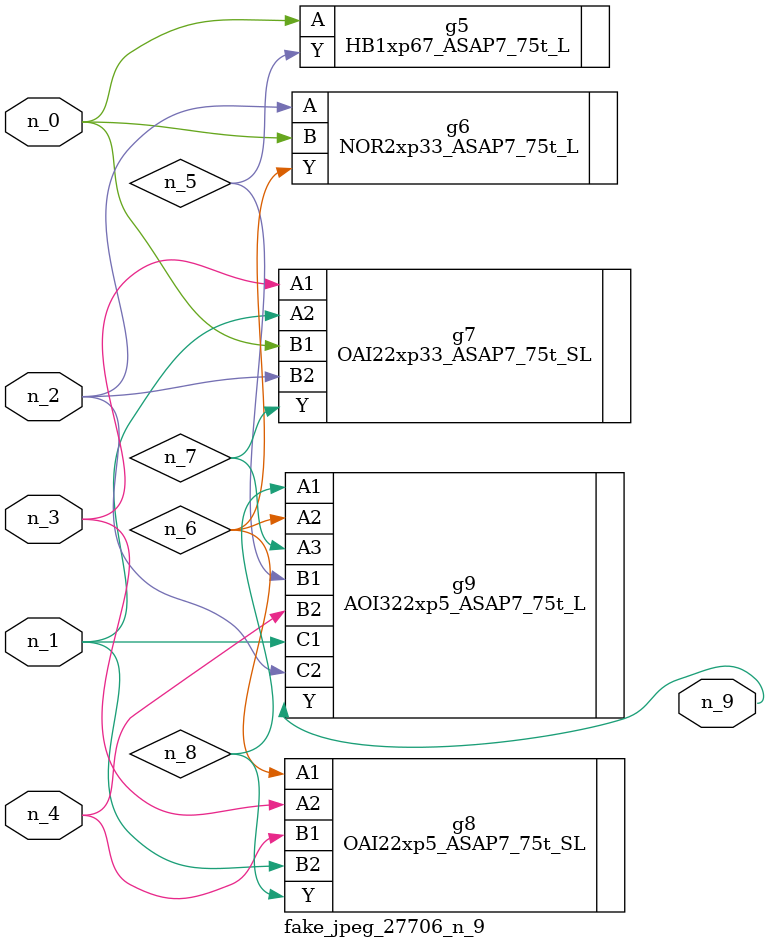
<source format=v>
module fake_jpeg_27706_n_9 (n_3, n_2, n_1, n_0, n_4, n_9);

input n_3;
input n_2;
input n_1;
input n_0;
input n_4;

output n_9;

wire n_8;
wire n_6;
wire n_5;
wire n_7;

HB1xp67_ASAP7_75t_L g5 ( 
.A(n_0),
.Y(n_5)
);

NOR2xp33_ASAP7_75t_L g6 ( 
.A(n_2),
.B(n_0),
.Y(n_6)
);

OAI22xp33_ASAP7_75t_SL g7 ( 
.A1(n_3),
.A2(n_1),
.B1(n_0),
.B2(n_2),
.Y(n_7)
);

OAI22xp5_ASAP7_75t_SL g8 ( 
.A1(n_6),
.A2(n_3),
.B1(n_4),
.B2(n_1),
.Y(n_8)
);

AOI322xp5_ASAP7_75t_L g9 ( 
.A1(n_8),
.A2(n_6),
.A3(n_7),
.B1(n_5),
.B2(n_4),
.C1(n_1),
.C2(n_2),
.Y(n_9)
);


endmodule
</source>
